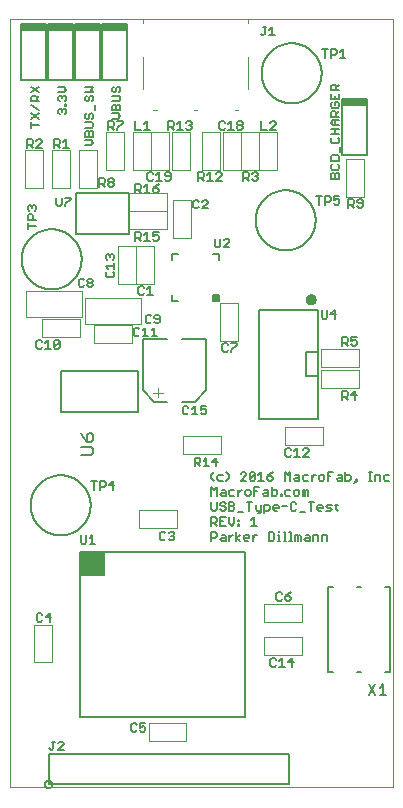
<source format=gto>
G75*
%MOIN*%
%OFA0B0*%
%FSLAX25Y25*%
%IPPOS*%
%LPD*%
%AMOC8*
5,1,8,0,0,1.08239X$1,22.5*
%
%ADD10C,0.00000*%
%ADD11C,0.00500*%
%ADD12C,0.00200*%
%ADD13C,0.00400*%
%ADD14C,0.00236*%
%ADD15C,0.00800*%
%ADD16C,0.00600*%
D10*
X0001300Y0001500D02*
X0001300Y0257500D01*
X0129221Y0257500D01*
X0129221Y0001500D01*
X0001300Y0001500D01*
D11*
X0013050Y0002500D02*
X0013052Y0002570D01*
X0013058Y0002640D01*
X0013068Y0002709D01*
X0013081Y0002778D01*
X0013099Y0002846D01*
X0013120Y0002913D01*
X0013145Y0002978D01*
X0013174Y0003042D01*
X0013206Y0003105D01*
X0013242Y0003165D01*
X0013281Y0003223D01*
X0013323Y0003279D01*
X0013368Y0003333D01*
X0013416Y0003384D01*
X0013467Y0003432D01*
X0013521Y0003477D01*
X0013577Y0003519D01*
X0013635Y0003558D01*
X0013695Y0003594D01*
X0013758Y0003626D01*
X0013822Y0003655D01*
X0013887Y0003680D01*
X0013954Y0003701D01*
X0014022Y0003719D01*
X0014091Y0003732D01*
X0014160Y0003742D01*
X0014230Y0003748D01*
X0014300Y0003750D01*
X0014370Y0003748D01*
X0014440Y0003742D01*
X0014509Y0003732D01*
X0014578Y0003719D01*
X0014646Y0003701D01*
X0014713Y0003680D01*
X0014778Y0003655D01*
X0014842Y0003626D01*
X0014905Y0003594D01*
X0014965Y0003558D01*
X0015023Y0003519D01*
X0015079Y0003477D01*
X0015133Y0003432D01*
X0015184Y0003384D01*
X0015232Y0003333D01*
X0015277Y0003279D01*
X0015319Y0003223D01*
X0015358Y0003165D01*
X0015394Y0003105D01*
X0015426Y0003042D01*
X0015455Y0002978D01*
X0015480Y0002913D01*
X0015501Y0002846D01*
X0015519Y0002778D01*
X0015532Y0002709D01*
X0015542Y0002640D01*
X0015548Y0002570D01*
X0015550Y0002500D01*
X0015548Y0002430D01*
X0015542Y0002360D01*
X0015532Y0002291D01*
X0015519Y0002222D01*
X0015501Y0002154D01*
X0015480Y0002087D01*
X0015455Y0002022D01*
X0015426Y0001958D01*
X0015394Y0001895D01*
X0015358Y0001835D01*
X0015319Y0001777D01*
X0015277Y0001721D01*
X0015232Y0001667D01*
X0015184Y0001616D01*
X0015133Y0001568D01*
X0015079Y0001523D01*
X0015023Y0001481D01*
X0014965Y0001442D01*
X0014905Y0001406D01*
X0014842Y0001374D01*
X0014778Y0001345D01*
X0014713Y0001320D01*
X0014646Y0001299D01*
X0014578Y0001281D01*
X0014509Y0001268D01*
X0014440Y0001258D01*
X0014370Y0001252D01*
X0014300Y0001250D01*
X0014230Y0001252D01*
X0014160Y0001258D01*
X0014091Y0001268D01*
X0014022Y0001281D01*
X0013954Y0001299D01*
X0013887Y0001320D01*
X0013822Y0001345D01*
X0013758Y0001374D01*
X0013695Y0001406D01*
X0013635Y0001442D01*
X0013577Y0001481D01*
X0013521Y0001523D01*
X0013467Y0001568D01*
X0013416Y0001616D01*
X0013368Y0001667D01*
X0013323Y0001721D01*
X0013281Y0001777D01*
X0013242Y0001835D01*
X0013206Y0001895D01*
X0013174Y0001958D01*
X0013145Y0002022D01*
X0013120Y0002087D01*
X0013099Y0002154D01*
X0013081Y0002222D01*
X0013068Y0002291D01*
X0013058Y0002360D01*
X0013052Y0002430D01*
X0013050Y0002500D01*
X0014300Y0002500D02*
X0094300Y0002500D01*
X0094300Y0012500D01*
X0014300Y0012500D01*
X0014300Y0002500D01*
X0015000Y0014000D02*
X0015451Y0014000D01*
X0015901Y0014450D01*
X0015901Y0016702D01*
X0015451Y0016702D02*
X0016352Y0016702D01*
X0017497Y0016252D02*
X0017947Y0016702D01*
X0018848Y0016702D01*
X0019298Y0016252D01*
X0019298Y0015802D01*
X0017497Y0014000D01*
X0019298Y0014000D01*
X0015000Y0014000D02*
X0014550Y0014450D01*
X0024741Y0024941D02*
X0024741Y0080059D01*
X0024741Y0072185D01*
X0032615Y0072185D01*
X0032615Y0080059D01*
X0024741Y0080059D01*
X0079859Y0080059D01*
X0079859Y0024941D01*
X0024741Y0024941D01*
X0014648Y0056750D02*
X0014648Y0059452D01*
X0013297Y0058101D01*
X0015098Y0058101D01*
X0012152Y0057200D02*
X0011701Y0056750D01*
X0010800Y0056750D01*
X0010350Y0057200D01*
X0010350Y0059002D01*
X0010800Y0059452D01*
X0011701Y0059452D01*
X0012152Y0059002D01*
X0024741Y0072289D02*
X0032615Y0072289D01*
X0032615Y0072787D02*
X0024741Y0072787D01*
X0024741Y0073286D02*
X0032615Y0073286D01*
X0032615Y0073784D02*
X0024741Y0073784D01*
X0024741Y0074283D02*
X0032615Y0074283D01*
X0032615Y0074781D02*
X0024741Y0074781D01*
X0024741Y0075280D02*
X0032615Y0075280D01*
X0032615Y0075778D02*
X0024741Y0075778D01*
X0024741Y0076277D02*
X0032615Y0076277D01*
X0032615Y0076775D02*
X0024741Y0076775D01*
X0024741Y0077274D02*
X0032615Y0077274D01*
X0032615Y0077772D02*
X0024741Y0077772D01*
X0024741Y0078271D02*
X0032615Y0078271D01*
X0032615Y0078769D02*
X0024741Y0078769D01*
X0024741Y0079268D02*
X0032615Y0079268D01*
X0032615Y0079766D02*
X0024741Y0079766D01*
X0025441Y0082750D02*
X0026342Y0082750D01*
X0026792Y0083200D01*
X0026792Y0085452D01*
X0027937Y0084552D02*
X0028838Y0085452D01*
X0028838Y0082750D01*
X0027937Y0082750D02*
X0029739Y0082750D01*
X0025441Y0082750D02*
X0024991Y0083200D01*
X0024991Y0085452D01*
X0008300Y0095500D02*
X0008303Y0095745D01*
X0008312Y0095991D01*
X0008327Y0096236D01*
X0008348Y0096480D01*
X0008375Y0096724D01*
X0008408Y0096967D01*
X0008447Y0097210D01*
X0008492Y0097451D01*
X0008543Y0097691D01*
X0008600Y0097930D01*
X0008662Y0098167D01*
X0008731Y0098403D01*
X0008805Y0098637D01*
X0008885Y0098869D01*
X0008970Y0099099D01*
X0009061Y0099327D01*
X0009158Y0099552D01*
X0009260Y0099776D01*
X0009368Y0099996D01*
X0009481Y0100214D01*
X0009599Y0100429D01*
X0009723Y0100641D01*
X0009851Y0100850D01*
X0009985Y0101056D01*
X0010124Y0101258D01*
X0010268Y0101457D01*
X0010417Y0101652D01*
X0010570Y0101844D01*
X0010728Y0102032D01*
X0010890Y0102216D01*
X0011058Y0102395D01*
X0011229Y0102571D01*
X0011405Y0102742D01*
X0011584Y0102910D01*
X0011768Y0103072D01*
X0011956Y0103230D01*
X0012148Y0103383D01*
X0012343Y0103532D01*
X0012542Y0103676D01*
X0012744Y0103815D01*
X0012950Y0103949D01*
X0013159Y0104077D01*
X0013371Y0104201D01*
X0013586Y0104319D01*
X0013804Y0104432D01*
X0014024Y0104540D01*
X0014248Y0104642D01*
X0014473Y0104739D01*
X0014701Y0104830D01*
X0014931Y0104915D01*
X0015163Y0104995D01*
X0015397Y0105069D01*
X0015633Y0105138D01*
X0015870Y0105200D01*
X0016109Y0105257D01*
X0016349Y0105308D01*
X0016590Y0105353D01*
X0016833Y0105392D01*
X0017076Y0105425D01*
X0017320Y0105452D01*
X0017564Y0105473D01*
X0017809Y0105488D01*
X0018055Y0105497D01*
X0018300Y0105500D01*
X0018545Y0105497D01*
X0018791Y0105488D01*
X0019036Y0105473D01*
X0019280Y0105452D01*
X0019524Y0105425D01*
X0019767Y0105392D01*
X0020010Y0105353D01*
X0020251Y0105308D01*
X0020491Y0105257D01*
X0020730Y0105200D01*
X0020967Y0105138D01*
X0021203Y0105069D01*
X0021437Y0104995D01*
X0021669Y0104915D01*
X0021899Y0104830D01*
X0022127Y0104739D01*
X0022352Y0104642D01*
X0022576Y0104540D01*
X0022796Y0104432D01*
X0023014Y0104319D01*
X0023229Y0104201D01*
X0023441Y0104077D01*
X0023650Y0103949D01*
X0023856Y0103815D01*
X0024058Y0103676D01*
X0024257Y0103532D01*
X0024452Y0103383D01*
X0024644Y0103230D01*
X0024832Y0103072D01*
X0025016Y0102910D01*
X0025195Y0102742D01*
X0025371Y0102571D01*
X0025542Y0102395D01*
X0025710Y0102216D01*
X0025872Y0102032D01*
X0026030Y0101844D01*
X0026183Y0101652D01*
X0026332Y0101457D01*
X0026476Y0101258D01*
X0026615Y0101056D01*
X0026749Y0100850D01*
X0026877Y0100641D01*
X0027001Y0100429D01*
X0027119Y0100214D01*
X0027232Y0099996D01*
X0027340Y0099776D01*
X0027442Y0099552D01*
X0027539Y0099327D01*
X0027630Y0099099D01*
X0027715Y0098869D01*
X0027795Y0098637D01*
X0027869Y0098403D01*
X0027938Y0098167D01*
X0028000Y0097930D01*
X0028057Y0097691D01*
X0028108Y0097451D01*
X0028153Y0097210D01*
X0028192Y0096967D01*
X0028225Y0096724D01*
X0028252Y0096480D01*
X0028273Y0096236D01*
X0028288Y0095991D01*
X0028297Y0095745D01*
X0028300Y0095500D01*
X0028297Y0095255D01*
X0028288Y0095009D01*
X0028273Y0094764D01*
X0028252Y0094520D01*
X0028225Y0094276D01*
X0028192Y0094033D01*
X0028153Y0093790D01*
X0028108Y0093549D01*
X0028057Y0093309D01*
X0028000Y0093070D01*
X0027938Y0092833D01*
X0027869Y0092597D01*
X0027795Y0092363D01*
X0027715Y0092131D01*
X0027630Y0091901D01*
X0027539Y0091673D01*
X0027442Y0091448D01*
X0027340Y0091224D01*
X0027232Y0091004D01*
X0027119Y0090786D01*
X0027001Y0090571D01*
X0026877Y0090359D01*
X0026749Y0090150D01*
X0026615Y0089944D01*
X0026476Y0089742D01*
X0026332Y0089543D01*
X0026183Y0089348D01*
X0026030Y0089156D01*
X0025872Y0088968D01*
X0025710Y0088784D01*
X0025542Y0088605D01*
X0025371Y0088429D01*
X0025195Y0088258D01*
X0025016Y0088090D01*
X0024832Y0087928D01*
X0024644Y0087770D01*
X0024452Y0087617D01*
X0024257Y0087468D01*
X0024058Y0087324D01*
X0023856Y0087185D01*
X0023650Y0087051D01*
X0023441Y0086923D01*
X0023229Y0086799D01*
X0023014Y0086681D01*
X0022796Y0086568D01*
X0022576Y0086460D01*
X0022352Y0086358D01*
X0022127Y0086261D01*
X0021899Y0086170D01*
X0021669Y0086085D01*
X0021437Y0086005D01*
X0021203Y0085931D01*
X0020967Y0085862D01*
X0020730Y0085800D01*
X0020491Y0085743D01*
X0020251Y0085692D01*
X0020010Y0085647D01*
X0019767Y0085608D01*
X0019524Y0085575D01*
X0019280Y0085548D01*
X0019036Y0085527D01*
X0018791Y0085512D01*
X0018545Y0085503D01*
X0018300Y0085500D01*
X0018055Y0085503D01*
X0017809Y0085512D01*
X0017564Y0085527D01*
X0017320Y0085548D01*
X0017076Y0085575D01*
X0016833Y0085608D01*
X0016590Y0085647D01*
X0016349Y0085692D01*
X0016109Y0085743D01*
X0015870Y0085800D01*
X0015633Y0085862D01*
X0015397Y0085931D01*
X0015163Y0086005D01*
X0014931Y0086085D01*
X0014701Y0086170D01*
X0014473Y0086261D01*
X0014248Y0086358D01*
X0014024Y0086460D01*
X0013804Y0086568D01*
X0013586Y0086681D01*
X0013371Y0086799D01*
X0013159Y0086923D01*
X0012950Y0087051D01*
X0012744Y0087185D01*
X0012542Y0087324D01*
X0012343Y0087468D01*
X0012148Y0087617D01*
X0011956Y0087770D01*
X0011768Y0087928D01*
X0011584Y0088090D01*
X0011405Y0088258D01*
X0011229Y0088429D01*
X0011058Y0088605D01*
X0010890Y0088784D01*
X0010728Y0088968D01*
X0010570Y0089156D01*
X0010417Y0089348D01*
X0010268Y0089543D01*
X0010124Y0089742D01*
X0009985Y0089944D01*
X0009851Y0090150D01*
X0009723Y0090359D01*
X0009599Y0090571D01*
X0009481Y0090786D01*
X0009368Y0091004D01*
X0009260Y0091224D01*
X0009158Y0091448D01*
X0009061Y0091673D01*
X0008970Y0091901D01*
X0008885Y0092131D01*
X0008805Y0092363D01*
X0008731Y0092597D01*
X0008662Y0092833D01*
X0008600Y0093070D01*
X0008543Y0093309D01*
X0008492Y0093549D01*
X0008447Y0093790D01*
X0008408Y0094033D01*
X0008375Y0094276D01*
X0008348Y0094520D01*
X0008327Y0094764D01*
X0008312Y0095009D01*
X0008303Y0095255D01*
X0008300Y0095500D01*
X0018505Y0126610D02*
X0018505Y0140390D01*
X0044095Y0140390D01*
X0044095Y0126610D01*
X0018505Y0126610D01*
X0017494Y0147750D02*
X0016593Y0147750D01*
X0016143Y0148200D01*
X0017945Y0150002D01*
X0017945Y0148200D01*
X0017494Y0147750D01*
X0016143Y0148200D02*
X0016143Y0150002D01*
X0016593Y0150452D01*
X0017494Y0150452D01*
X0017945Y0150002D01*
X0014998Y0147750D02*
X0013197Y0147750D01*
X0014097Y0147750D02*
X0014097Y0150452D01*
X0013197Y0149552D01*
X0012052Y0150002D02*
X0011601Y0150452D01*
X0010700Y0150452D01*
X0010250Y0150002D01*
X0010250Y0148200D01*
X0010700Y0147750D01*
X0011601Y0147750D01*
X0012052Y0148200D01*
X0024752Y0168374D02*
X0025652Y0168374D01*
X0026103Y0168825D01*
X0027248Y0168825D02*
X0027248Y0169275D01*
X0027698Y0169726D01*
X0028599Y0169726D01*
X0029049Y0169275D01*
X0029049Y0168825D01*
X0028599Y0168374D01*
X0027698Y0168374D01*
X0027248Y0168825D01*
X0027698Y0169726D02*
X0027248Y0170176D01*
X0027248Y0170626D01*
X0027698Y0171077D01*
X0028599Y0171077D01*
X0029049Y0170626D01*
X0029049Y0170176D01*
X0028599Y0169726D01*
X0026103Y0170626D02*
X0025652Y0171077D01*
X0024752Y0171077D01*
X0024301Y0170626D01*
X0024301Y0168825D01*
X0024752Y0168374D01*
X0033348Y0171900D02*
X0033798Y0171450D01*
X0035600Y0171450D01*
X0036050Y0171900D01*
X0036050Y0172801D01*
X0035600Y0173252D01*
X0036050Y0174397D02*
X0036050Y0176198D01*
X0036050Y0175297D02*
X0033348Y0175297D01*
X0034248Y0174397D01*
X0033798Y0173252D02*
X0033348Y0172801D01*
X0033348Y0171900D01*
X0033798Y0177343D02*
X0033348Y0177793D01*
X0033348Y0178694D01*
X0033798Y0179145D01*
X0034248Y0179145D01*
X0034699Y0178694D01*
X0035149Y0179145D01*
X0035600Y0179145D01*
X0036050Y0178694D01*
X0036050Y0177793D01*
X0035600Y0177343D01*
X0034699Y0178244D02*
X0034699Y0178694D01*
X0043250Y0183750D02*
X0043250Y0186452D01*
X0044601Y0186452D01*
X0045052Y0186002D01*
X0045052Y0185101D01*
X0044601Y0184651D01*
X0043250Y0184651D01*
X0044151Y0184651D02*
X0045052Y0183750D01*
X0046197Y0183750D02*
X0047998Y0183750D01*
X0047097Y0183750D02*
X0047097Y0186452D01*
X0046197Y0185552D01*
X0049143Y0185101D02*
X0050044Y0185552D01*
X0050494Y0185552D01*
X0050945Y0185101D01*
X0050945Y0184200D01*
X0050494Y0183750D01*
X0049593Y0183750D01*
X0049143Y0184200D01*
X0049143Y0185101D02*
X0049143Y0186452D01*
X0050945Y0186452D01*
X0055426Y0179374D02*
X0057394Y0179374D01*
X0055426Y0179374D02*
X0055426Y0177406D01*
X0055426Y0165594D02*
X0055426Y0163626D01*
X0057394Y0163626D01*
X0051349Y0158426D02*
X0050899Y0158877D01*
X0049998Y0158877D01*
X0049548Y0158426D01*
X0049548Y0157976D01*
X0049998Y0157526D01*
X0051349Y0157526D01*
X0051349Y0158426D02*
X0051349Y0156625D01*
X0050899Y0156174D01*
X0049998Y0156174D01*
X0049548Y0156625D01*
X0048403Y0156625D02*
X0047952Y0156174D01*
X0047052Y0156174D01*
X0046601Y0156625D01*
X0046601Y0158426D01*
X0047052Y0158877D01*
X0047952Y0158877D01*
X0048403Y0158426D01*
X0049544Y0154652D02*
X0049544Y0151950D01*
X0048643Y0151950D02*
X0050445Y0151950D01*
X0048643Y0153752D02*
X0049544Y0154652D01*
X0047498Y0151950D02*
X0045697Y0151950D01*
X0046597Y0151950D02*
X0046597Y0154652D01*
X0045697Y0153752D01*
X0044552Y0154202D02*
X0044101Y0154652D01*
X0043200Y0154652D01*
X0042750Y0154202D01*
X0042750Y0152400D01*
X0043200Y0151950D01*
X0044101Y0151950D01*
X0044552Y0152400D01*
X0045867Y0150933D02*
X0053692Y0150933D01*
X0058908Y0150933D02*
X0066733Y0150933D01*
X0066733Y0133756D01*
X0063044Y0130067D01*
X0058908Y0130067D01*
X0059567Y0128494D02*
X0059117Y0128043D01*
X0059117Y0126242D01*
X0059567Y0125791D01*
X0060468Y0125791D01*
X0060918Y0126242D01*
X0062063Y0125791D02*
X0063865Y0125791D01*
X0062964Y0125791D02*
X0062964Y0128494D01*
X0062063Y0127593D01*
X0060918Y0128043D02*
X0060468Y0128494D01*
X0059567Y0128494D01*
X0065010Y0128494D02*
X0065010Y0127142D01*
X0065911Y0127593D01*
X0066361Y0127593D01*
X0066812Y0127142D01*
X0066812Y0126242D01*
X0066361Y0125791D01*
X0065460Y0125791D01*
X0065010Y0126242D01*
X0065010Y0128494D02*
X0066812Y0128494D01*
X0066858Y0111252D02*
X0065957Y0110352D01*
X0064812Y0110802D02*
X0064812Y0109901D01*
X0064362Y0109451D01*
X0063010Y0109451D01*
X0063010Y0108550D02*
X0063010Y0111252D01*
X0064362Y0111252D01*
X0064812Y0110802D01*
X0063911Y0109451D02*
X0064812Y0108550D01*
X0065957Y0108550D02*
X0067759Y0108550D01*
X0066858Y0108550D02*
X0066858Y0111252D01*
X0068903Y0109901D02*
X0070705Y0109901D01*
X0070255Y0108550D02*
X0070255Y0111252D01*
X0068903Y0109901D01*
X0069451Y0106452D02*
X0068550Y0105552D01*
X0068550Y0104651D01*
X0069451Y0103750D01*
X0070514Y0104200D02*
X0070965Y0103750D01*
X0072316Y0103750D01*
X0073461Y0103750D02*
X0074362Y0104651D01*
X0074362Y0105552D01*
X0073461Y0106452D01*
X0072316Y0105552D02*
X0070965Y0105552D01*
X0070514Y0105101D01*
X0070514Y0104200D01*
X0070352Y0101452D02*
X0070352Y0098750D01*
X0071497Y0099200D02*
X0071947Y0099651D01*
X0073298Y0099651D01*
X0073298Y0100101D02*
X0073298Y0098750D01*
X0071947Y0098750D01*
X0071497Y0099200D01*
X0071947Y0100552D02*
X0072848Y0100552D01*
X0073298Y0100101D01*
X0074443Y0100101D02*
X0074443Y0099200D01*
X0074893Y0098750D01*
X0076245Y0098750D01*
X0077390Y0098750D02*
X0077390Y0100552D01*
X0078290Y0100552D02*
X0078741Y0100552D01*
X0078290Y0100552D02*
X0077390Y0099651D01*
X0076245Y0100552D02*
X0074893Y0100552D01*
X0074443Y0100101D01*
X0074443Y0096452D02*
X0075794Y0096452D01*
X0076245Y0096002D01*
X0076245Y0095552D01*
X0075794Y0095101D01*
X0074443Y0095101D01*
X0073298Y0094651D02*
X0073298Y0094200D01*
X0072848Y0093750D01*
X0071947Y0093750D01*
X0071497Y0094200D01*
X0071947Y0095101D02*
X0072848Y0095101D01*
X0073298Y0094651D01*
X0073298Y0096002D02*
X0072848Y0096452D01*
X0071947Y0096452D01*
X0071497Y0096002D01*
X0071497Y0095552D01*
X0071947Y0095101D01*
X0070352Y0094200D02*
X0069901Y0093750D01*
X0069000Y0093750D01*
X0068550Y0094200D01*
X0068550Y0096452D01*
X0070352Y0096452D02*
X0070352Y0094200D01*
X0069901Y0091452D02*
X0068550Y0091452D01*
X0068550Y0088750D01*
X0068550Y0089651D02*
X0069901Y0089651D01*
X0070352Y0090101D01*
X0070352Y0091002D01*
X0069901Y0091452D01*
X0071497Y0091452D02*
X0071497Y0088750D01*
X0073298Y0088750D01*
X0074443Y0089651D02*
X0074443Y0091452D01*
X0073298Y0091452D02*
X0071497Y0091452D01*
X0071497Y0090101D02*
X0072397Y0090101D01*
X0074443Y0089651D02*
X0075344Y0088750D01*
X0076245Y0089651D01*
X0076245Y0091452D01*
X0077390Y0090552D02*
X0077390Y0090101D01*
X0077840Y0090101D01*
X0077840Y0090552D01*
X0077390Y0090552D01*
X0077390Y0089200D02*
X0077390Y0088750D01*
X0077840Y0088750D01*
X0077840Y0089200D01*
X0077390Y0089200D01*
X0076898Y0086452D02*
X0076898Y0083750D01*
X0076898Y0084651D02*
X0078250Y0085552D01*
X0079354Y0085101D02*
X0079804Y0085552D01*
X0080705Y0085552D01*
X0081155Y0085101D01*
X0081155Y0084651D01*
X0079354Y0084651D01*
X0079354Y0085101D02*
X0079354Y0084200D01*
X0079804Y0083750D01*
X0080705Y0083750D01*
X0082300Y0083750D02*
X0082300Y0085552D01*
X0082300Y0084651D02*
X0083201Y0085552D01*
X0083652Y0085552D01*
X0083611Y0088750D02*
X0081809Y0088750D01*
X0082710Y0088750D02*
X0082710Y0091452D01*
X0081809Y0090552D01*
X0081237Y0093750D02*
X0081237Y0096452D01*
X0080336Y0096452D02*
X0082138Y0096452D01*
X0083283Y0095552D02*
X0083283Y0094200D01*
X0083733Y0093750D01*
X0085084Y0093750D01*
X0085084Y0093300D02*
X0084634Y0092849D01*
X0084183Y0092849D01*
X0085084Y0093300D02*
X0085084Y0095552D01*
X0086229Y0095552D02*
X0086229Y0092849D01*
X0086229Y0093750D02*
X0087580Y0093750D01*
X0088031Y0094200D01*
X0088031Y0095101D01*
X0087580Y0095552D01*
X0086229Y0095552D01*
X0086188Y0098750D02*
X0085738Y0099200D01*
X0086188Y0099651D01*
X0087540Y0099651D01*
X0087540Y0100101D02*
X0087540Y0098750D01*
X0086188Y0098750D01*
X0086188Y0100552D02*
X0087089Y0100552D01*
X0087540Y0100101D01*
X0088685Y0100552D02*
X0090036Y0100552D01*
X0090486Y0100101D01*
X0090486Y0099200D01*
X0090036Y0098750D01*
X0088685Y0098750D01*
X0088685Y0101452D01*
X0088562Y0103750D02*
X0087662Y0103750D01*
X0087211Y0104200D01*
X0087211Y0105101D01*
X0088562Y0105101D01*
X0089013Y0104651D01*
X0089013Y0104200D01*
X0088562Y0103750D01*
X0087211Y0105101D02*
X0088112Y0106002D01*
X0089013Y0106452D01*
X0086066Y0103750D02*
X0084265Y0103750D01*
X0085166Y0103750D02*
X0085166Y0106452D01*
X0084265Y0105552D01*
X0083120Y0106002D02*
X0083120Y0104200D01*
X0082669Y0103750D01*
X0081769Y0103750D01*
X0081318Y0104200D01*
X0083120Y0106002D01*
X0082669Y0106452D01*
X0081769Y0106452D01*
X0081318Y0106002D01*
X0081318Y0104200D01*
X0080173Y0103750D02*
X0078372Y0103750D01*
X0080173Y0105552D01*
X0080173Y0106002D01*
X0079723Y0106452D01*
X0078822Y0106452D01*
X0078372Y0106002D01*
X0080295Y0100552D02*
X0079845Y0100101D01*
X0079845Y0099200D01*
X0080295Y0098750D01*
X0081196Y0098750D01*
X0081647Y0099200D01*
X0081647Y0100101D01*
X0081196Y0100552D01*
X0080295Y0100552D01*
X0082791Y0100101D02*
X0083692Y0100101D01*
X0082791Y0098750D02*
X0082791Y0101452D01*
X0084593Y0101452D01*
X0089626Y0095552D02*
X0090527Y0095552D01*
X0090977Y0095101D01*
X0090977Y0094651D01*
X0089176Y0094651D01*
X0089176Y0095101D02*
X0089626Y0095552D01*
X0089176Y0095101D02*
X0089176Y0094200D01*
X0089626Y0093750D01*
X0090527Y0093750D01*
X0092122Y0095101D02*
X0093924Y0095101D01*
X0095069Y0094200D02*
X0095519Y0093750D01*
X0096420Y0093750D01*
X0096870Y0094200D01*
X0098015Y0093300D02*
X0099817Y0093300D01*
X0101862Y0093750D02*
X0101862Y0096452D01*
X0100962Y0096452D02*
X0102763Y0096452D01*
X0103908Y0095101D02*
X0104359Y0095552D01*
X0105259Y0095552D01*
X0105710Y0095101D01*
X0105710Y0094651D01*
X0103908Y0094651D01*
X0103908Y0095101D02*
X0103908Y0094200D01*
X0104359Y0093750D01*
X0105259Y0093750D01*
X0106855Y0093750D02*
X0108206Y0093750D01*
X0108656Y0094200D01*
X0108206Y0094651D01*
X0107305Y0094651D01*
X0106855Y0095101D01*
X0107305Y0095552D01*
X0108656Y0095552D01*
X0109801Y0095552D02*
X0110702Y0095552D01*
X0110252Y0096002D02*
X0110252Y0094200D01*
X0110702Y0093750D01*
X0106733Y0085552D02*
X0107183Y0085101D01*
X0107183Y0083750D01*
X0105381Y0083750D02*
X0105381Y0085552D01*
X0106733Y0085552D01*
X0104236Y0085101D02*
X0104236Y0083750D01*
X0104236Y0085101D02*
X0103786Y0085552D01*
X0102435Y0085552D01*
X0102435Y0083750D01*
X0101290Y0083750D02*
X0099939Y0083750D01*
X0099488Y0084200D01*
X0099939Y0084651D01*
X0101290Y0084651D01*
X0101290Y0085101D02*
X0101290Y0083750D01*
X0101290Y0085101D02*
X0100840Y0085552D01*
X0099939Y0085552D01*
X0098343Y0085101D02*
X0098343Y0083750D01*
X0097443Y0083750D02*
X0097443Y0085101D01*
X0097893Y0085552D01*
X0098343Y0085101D01*
X0097443Y0085101D02*
X0096992Y0085552D01*
X0096542Y0085552D01*
X0096542Y0083750D01*
X0095478Y0083750D02*
X0094578Y0083750D01*
X0095028Y0083750D02*
X0095028Y0086452D01*
X0094578Y0086452D01*
X0093064Y0086452D02*
X0093064Y0083750D01*
X0093514Y0083750D02*
X0092613Y0083750D01*
X0091550Y0083750D02*
X0090649Y0083750D01*
X0091099Y0083750D02*
X0091099Y0085552D01*
X0090649Y0085552D01*
X0091099Y0086452D02*
X0091099Y0086903D01*
X0092613Y0086452D02*
X0093064Y0086452D01*
X0089504Y0086002D02*
X0089504Y0084200D01*
X0089053Y0083750D01*
X0087702Y0083750D01*
X0087702Y0086452D01*
X0089053Y0086452D01*
X0089504Y0086002D01*
X0095069Y0094200D02*
X0095069Y0096002D01*
X0095519Y0096452D01*
X0096420Y0096452D01*
X0096870Y0096002D01*
X0096501Y0098750D02*
X0096051Y0099200D01*
X0096051Y0100101D01*
X0096501Y0100552D01*
X0097402Y0100552D01*
X0097852Y0100101D01*
X0097852Y0099200D01*
X0097402Y0098750D01*
X0096501Y0098750D01*
X0094906Y0098750D02*
X0093555Y0098750D01*
X0093104Y0099200D01*
X0093104Y0100101D01*
X0093555Y0100552D01*
X0094906Y0100552D01*
X0094906Y0103750D02*
X0094906Y0106452D01*
X0094005Y0105552D01*
X0093104Y0106452D01*
X0093104Y0103750D01*
X0092081Y0099200D02*
X0092081Y0098750D01*
X0091631Y0098750D01*
X0091631Y0099200D01*
X0092081Y0099200D01*
X0096501Y0103750D02*
X0096051Y0104200D01*
X0096501Y0104651D01*
X0097852Y0104651D01*
X0097852Y0105101D02*
X0097852Y0103750D01*
X0096501Y0103750D01*
X0096501Y0105552D02*
X0097402Y0105552D01*
X0097852Y0105101D01*
X0098997Y0105101D02*
X0098997Y0104200D01*
X0099448Y0103750D01*
X0100799Y0103750D01*
X0101944Y0103750D02*
X0101944Y0105552D01*
X0101944Y0104651D02*
X0102845Y0105552D01*
X0103295Y0105552D01*
X0104399Y0105101D02*
X0104399Y0104200D01*
X0104850Y0103750D01*
X0105750Y0103750D01*
X0106201Y0104200D01*
X0106201Y0105101D01*
X0105750Y0105552D01*
X0104850Y0105552D01*
X0104399Y0105101D01*
X0107346Y0105101D02*
X0108247Y0105101D01*
X0107346Y0106452D02*
X0109147Y0106452D01*
X0110743Y0105552D02*
X0111643Y0105552D01*
X0112094Y0105101D01*
X0112094Y0103750D01*
X0110743Y0103750D01*
X0110292Y0104200D01*
X0110743Y0104651D01*
X0112094Y0104651D01*
X0113239Y0105552D02*
X0114590Y0105552D01*
X0115040Y0105101D01*
X0115040Y0104200D01*
X0114590Y0103750D01*
X0113239Y0103750D01*
X0113239Y0106452D01*
X0116185Y0102849D02*
X0117086Y0103750D01*
X0116636Y0103750D01*
X0116636Y0104200D01*
X0117086Y0104200D01*
X0117086Y0103750D01*
X0121096Y0103750D02*
X0121997Y0103750D01*
X0121547Y0103750D02*
X0121547Y0106452D01*
X0121997Y0106452D02*
X0121096Y0106452D01*
X0123061Y0105552D02*
X0123061Y0103750D01*
X0123061Y0105552D02*
X0124412Y0105552D01*
X0124862Y0105101D01*
X0124862Y0103750D01*
X0126007Y0104200D02*
X0126007Y0105101D01*
X0126457Y0105552D01*
X0127809Y0105552D01*
X0127809Y0103750D02*
X0126457Y0103750D01*
X0126007Y0104200D01*
X0116548Y0130750D02*
X0116548Y0133452D01*
X0115197Y0132101D01*
X0116998Y0132101D01*
X0114052Y0132101D02*
X0113601Y0131651D01*
X0112250Y0131651D01*
X0113151Y0131651D02*
X0114052Y0130750D01*
X0114052Y0132101D02*
X0114052Y0133002D01*
X0113601Y0133452D01*
X0112250Y0133452D01*
X0112250Y0130750D01*
X0104143Y0124252D02*
X0104143Y0138563D01*
X0100206Y0138563D01*
X0100206Y0146437D01*
X0104143Y0146437D01*
X0104143Y0138563D01*
X0104143Y0146437D02*
X0104143Y0160748D01*
X0084457Y0160748D01*
X0084457Y0124252D01*
X0104143Y0124252D01*
X0100494Y0114452D02*
X0099593Y0114452D01*
X0099143Y0114002D01*
X0100494Y0114452D02*
X0100945Y0114002D01*
X0100945Y0113552D01*
X0099143Y0111750D01*
X0100945Y0111750D01*
X0100799Y0105552D02*
X0099448Y0105552D01*
X0098997Y0105101D01*
X0098997Y0100552D02*
X0099448Y0100552D01*
X0099898Y0100101D01*
X0100348Y0100552D01*
X0100799Y0100101D01*
X0100799Y0098750D01*
X0099898Y0098750D02*
X0099898Y0100101D01*
X0098997Y0100552D02*
X0098997Y0098750D01*
X0097998Y0111750D02*
X0096197Y0111750D01*
X0097097Y0111750D02*
X0097097Y0114452D01*
X0096197Y0113552D01*
X0095052Y0114002D02*
X0094601Y0114452D01*
X0093700Y0114452D01*
X0093250Y0114002D01*
X0093250Y0112200D01*
X0093700Y0111750D01*
X0094601Y0111750D01*
X0095052Y0112200D01*
X0107346Y0106452D02*
X0107346Y0103750D01*
X0107564Y0068273D02*
X0109139Y0068273D01*
X0107564Y0068273D02*
X0107564Y0039927D01*
X0109139Y0039927D01*
X0117013Y0039927D02*
X0118587Y0039927D01*
X0126461Y0039927D02*
X0128036Y0039927D01*
X0128036Y0068273D01*
X0126461Y0068273D01*
X0118587Y0068273D02*
X0117013Y0068273D01*
X0095945Y0043101D02*
X0094143Y0043101D01*
X0095494Y0044452D01*
X0095494Y0041750D01*
X0092998Y0041750D02*
X0091197Y0041750D01*
X0092097Y0041750D02*
X0092097Y0044452D01*
X0091197Y0043552D01*
X0090052Y0044002D02*
X0089601Y0044452D01*
X0088700Y0044452D01*
X0088250Y0044002D01*
X0088250Y0042200D01*
X0088700Y0041750D01*
X0089601Y0041750D01*
X0090052Y0042200D01*
X0090700Y0063750D02*
X0090250Y0064200D01*
X0090250Y0066002D01*
X0090700Y0066452D01*
X0091601Y0066452D01*
X0092052Y0066002D01*
X0093197Y0065101D02*
X0094548Y0065101D01*
X0094998Y0064651D01*
X0094998Y0064200D01*
X0094548Y0063750D01*
X0093647Y0063750D01*
X0093197Y0064200D01*
X0093197Y0065101D01*
X0094097Y0066002D01*
X0094998Y0066452D01*
X0092052Y0064200D02*
X0091601Y0063750D01*
X0090700Y0063750D01*
X0078250Y0083750D02*
X0076898Y0084651D01*
X0075794Y0085552D02*
X0075344Y0085552D01*
X0074443Y0084651D01*
X0074443Y0083750D02*
X0074443Y0085552D01*
X0073298Y0085101D02*
X0073298Y0083750D01*
X0071947Y0083750D01*
X0071497Y0084200D01*
X0071947Y0084651D01*
X0073298Y0084651D01*
X0073298Y0085101D02*
X0072848Y0085552D01*
X0071947Y0085552D01*
X0070352Y0086002D02*
X0070352Y0085101D01*
X0069901Y0084651D01*
X0068550Y0084651D01*
X0068550Y0083750D02*
X0068550Y0086452D01*
X0069901Y0086452D01*
X0070352Y0086002D01*
X0070352Y0088750D02*
X0069451Y0089651D01*
X0074443Y0093750D02*
X0074443Y0096452D01*
X0075794Y0095101D02*
X0076245Y0094651D01*
X0076245Y0094200D01*
X0075794Y0093750D01*
X0074443Y0093750D01*
X0077390Y0093300D02*
X0079191Y0093300D01*
X0070352Y0101452D02*
X0069451Y0100552D01*
X0068550Y0101452D01*
X0068550Y0098750D01*
X0056105Y0086202D02*
X0056105Y0085752D01*
X0055655Y0085301D01*
X0056105Y0084851D01*
X0056105Y0084400D01*
X0055655Y0083950D01*
X0054754Y0083950D01*
X0054303Y0084400D01*
X0053159Y0084400D02*
X0052708Y0083950D01*
X0051807Y0083950D01*
X0051357Y0084400D01*
X0051357Y0086202D01*
X0051807Y0086652D01*
X0052708Y0086652D01*
X0053159Y0086202D01*
X0054303Y0086202D02*
X0054754Y0086652D01*
X0055655Y0086652D01*
X0056105Y0086202D01*
X0055655Y0085301D02*
X0055204Y0085301D01*
X0035794Y0100750D02*
X0035794Y0103452D01*
X0034443Y0102101D01*
X0036245Y0102101D01*
X0033298Y0102101D02*
X0032848Y0101651D01*
X0031497Y0101651D01*
X0031497Y0100750D02*
X0031497Y0103452D01*
X0032848Y0103452D01*
X0033298Y0103002D01*
X0033298Y0102101D01*
X0030352Y0103452D02*
X0028550Y0103452D01*
X0029451Y0103452D02*
X0029451Y0100750D01*
X0049556Y0130067D02*
X0045867Y0133756D01*
X0045867Y0150933D01*
X0045601Y0165750D02*
X0046052Y0166200D01*
X0045601Y0165750D02*
X0044700Y0165750D01*
X0044250Y0166200D01*
X0044250Y0168002D01*
X0044700Y0168452D01*
X0045601Y0168452D01*
X0046052Y0168002D01*
X0047197Y0167552D02*
X0048097Y0168452D01*
X0048097Y0165750D01*
X0047197Y0165750D02*
X0048998Y0165750D01*
X0063000Y0194450D02*
X0062550Y0194900D01*
X0062550Y0196702D01*
X0063000Y0197152D01*
X0063901Y0197152D01*
X0064352Y0196702D01*
X0065497Y0196702D02*
X0065947Y0197152D01*
X0066848Y0197152D01*
X0067298Y0196702D01*
X0067298Y0196252D01*
X0065497Y0194450D01*
X0067298Y0194450D01*
X0064352Y0194900D02*
X0063901Y0194450D01*
X0063000Y0194450D01*
X0064250Y0203750D02*
X0064250Y0206452D01*
X0065601Y0206452D01*
X0066052Y0206002D01*
X0066052Y0205101D01*
X0065601Y0204651D01*
X0064250Y0204651D01*
X0065151Y0204651D02*
X0066052Y0203750D01*
X0067197Y0203750D02*
X0068998Y0203750D01*
X0068097Y0203750D02*
X0068097Y0206452D01*
X0067197Y0205552D01*
X0070143Y0206002D02*
X0070593Y0206452D01*
X0071494Y0206452D01*
X0071945Y0206002D01*
X0071945Y0205552D01*
X0070143Y0203750D01*
X0071945Y0203750D01*
X0079250Y0203750D02*
X0079250Y0206452D01*
X0080601Y0206452D01*
X0081052Y0206002D01*
X0081052Y0205101D01*
X0080601Y0204651D01*
X0079250Y0204651D01*
X0080151Y0204651D02*
X0081052Y0203750D01*
X0082197Y0204200D02*
X0082647Y0203750D01*
X0083548Y0203750D01*
X0083998Y0204200D01*
X0083998Y0204651D01*
X0083548Y0205101D01*
X0083097Y0205101D01*
X0083548Y0205101D02*
X0083998Y0205552D01*
X0083998Y0206002D01*
X0083548Y0206452D01*
X0082647Y0206452D01*
X0082197Y0206002D01*
X0085250Y0220750D02*
X0087052Y0220750D01*
X0088197Y0220750D02*
X0089998Y0222552D01*
X0089998Y0223002D01*
X0089548Y0223452D01*
X0088647Y0223452D01*
X0088197Y0223002D01*
X0088197Y0220750D02*
X0089998Y0220750D01*
X0085250Y0220750D02*
X0085250Y0223452D01*
X0078945Y0223002D02*
X0078945Y0222552D01*
X0078494Y0222101D01*
X0077593Y0222101D01*
X0077143Y0222552D01*
X0077143Y0223002D01*
X0077593Y0223452D01*
X0078494Y0223452D01*
X0078945Y0223002D01*
X0078494Y0222101D02*
X0078945Y0221651D01*
X0078945Y0221200D01*
X0078494Y0220750D01*
X0077593Y0220750D01*
X0077143Y0221200D01*
X0077143Y0221651D01*
X0077593Y0222101D01*
X0075998Y0220750D02*
X0074197Y0220750D01*
X0075097Y0220750D02*
X0075097Y0223452D01*
X0074197Y0222552D01*
X0073052Y0223002D02*
X0072601Y0223452D01*
X0071700Y0223452D01*
X0071250Y0223002D01*
X0071250Y0221200D01*
X0071700Y0220750D01*
X0072601Y0220750D01*
X0073052Y0221200D01*
X0061945Y0221200D02*
X0061494Y0220750D01*
X0060593Y0220750D01*
X0060143Y0221200D01*
X0058998Y0220750D02*
X0057197Y0220750D01*
X0058097Y0220750D02*
X0058097Y0223452D01*
X0057197Y0222552D01*
X0056052Y0223002D02*
X0056052Y0222101D01*
X0055601Y0221651D01*
X0054250Y0221651D01*
X0055151Y0221651D02*
X0056052Y0220750D01*
X0054250Y0220750D02*
X0054250Y0223452D01*
X0055601Y0223452D01*
X0056052Y0223002D01*
X0060143Y0223002D02*
X0060593Y0223452D01*
X0061494Y0223452D01*
X0061945Y0223002D01*
X0061945Y0222552D01*
X0061494Y0222101D01*
X0061945Y0221651D01*
X0061945Y0221200D01*
X0061494Y0222101D02*
X0061044Y0222101D01*
X0054494Y0206452D02*
X0053593Y0206452D01*
X0053143Y0206002D01*
X0053143Y0205552D01*
X0053593Y0205101D01*
X0054945Y0205101D01*
X0054945Y0204200D02*
X0054945Y0206002D01*
X0054494Y0206452D01*
X0054945Y0204200D02*
X0054494Y0203750D01*
X0053593Y0203750D01*
X0053143Y0204200D01*
X0051998Y0203750D02*
X0050197Y0203750D01*
X0051097Y0203750D02*
X0051097Y0206452D01*
X0050197Y0205552D01*
X0049052Y0206002D02*
X0048601Y0206452D01*
X0047700Y0206452D01*
X0047250Y0206002D01*
X0047250Y0204200D01*
X0047700Y0203750D01*
X0048601Y0203750D01*
X0049052Y0204200D01*
X0050044Y0202002D02*
X0049143Y0201101D01*
X0050494Y0201101D01*
X0050945Y0200651D01*
X0050945Y0200200D01*
X0050494Y0199750D01*
X0049593Y0199750D01*
X0049143Y0200200D01*
X0049143Y0201101D01*
X0050044Y0202002D02*
X0050945Y0202452D01*
X0047998Y0199750D02*
X0046197Y0199750D01*
X0047097Y0199750D02*
X0047097Y0202452D01*
X0046197Y0201552D01*
X0045052Y0202002D02*
X0045052Y0201101D01*
X0044601Y0200651D01*
X0043250Y0200651D01*
X0044151Y0200651D02*
X0045052Y0199750D01*
X0043250Y0199750D02*
X0043250Y0202452D01*
X0044601Y0202452D01*
X0045052Y0202002D01*
X0035998Y0202200D02*
X0035548Y0201750D01*
X0034647Y0201750D01*
X0034197Y0202200D01*
X0034197Y0202651D01*
X0034647Y0203101D01*
X0035548Y0203101D01*
X0035998Y0202651D01*
X0035998Y0202200D01*
X0035548Y0203101D02*
X0035998Y0203552D01*
X0035998Y0204002D01*
X0035548Y0204452D01*
X0034647Y0204452D01*
X0034197Y0204002D01*
X0034197Y0203552D01*
X0034647Y0203101D01*
X0033052Y0203101D02*
X0033052Y0204002D01*
X0032601Y0204452D01*
X0031250Y0204452D01*
X0031250Y0201750D01*
X0031250Y0202651D02*
X0032601Y0202651D01*
X0033052Y0203101D01*
X0032151Y0202651D02*
X0033052Y0201750D01*
X0028349Y0215459D02*
X0026548Y0215459D01*
X0028349Y0215459D02*
X0029250Y0216360D01*
X0028349Y0217261D01*
X0026548Y0217261D01*
X0026548Y0218406D02*
X0026548Y0219757D01*
X0026998Y0220207D01*
X0027448Y0220207D01*
X0027899Y0219757D01*
X0027899Y0218406D01*
X0027899Y0219757D02*
X0028349Y0220207D01*
X0028800Y0220207D01*
X0029250Y0219757D01*
X0029250Y0218406D01*
X0026548Y0218406D01*
X0026548Y0221352D02*
X0028800Y0221352D01*
X0029250Y0221802D01*
X0029250Y0222703D01*
X0028800Y0223154D01*
X0026548Y0223154D01*
X0026998Y0224299D02*
X0027448Y0224299D01*
X0027899Y0224749D01*
X0027899Y0225650D01*
X0028349Y0226100D01*
X0028800Y0226100D01*
X0029250Y0225650D01*
X0029250Y0224749D01*
X0028800Y0224299D01*
X0026998Y0224299D02*
X0026548Y0224749D01*
X0026548Y0225650D01*
X0026998Y0226100D01*
X0029700Y0227245D02*
X0029700Y0229047D01*
X0028800Y0230192D02*
X0029250Y0230642D01*
X0029250Y0231543D01*
X0028800Y0231993D01*
X0028349Y0231993D01*
X0027899Y0231543D01*
X0027899Y0230642D01*
X0027448Y0230192D01*
X0026998Y0230192D01*
X0026548Y0230642D01*
X0026548Y0231543D01*
X0026998Y0231993D01*
X0026548Y0233138D02*
X0029250Y0233138D01*
X0028349Y0234039D01*
X0029250Y0234940D01*
X0026548Y0234940D01*
X0023166Y0237232D02*
X0031434Y0237232D01*
X0031434Y0253768D01*
X0023166Y0253768D01*
X0023166Y0255835D01*
X0031434Y0255835D01*
X0031434Y0253768D01*
X0023166Y0253768D01*
X0023166Y0237232D01*
X0022434Y0237232D02*
X0022434Y0253768D01*
X0014166Y0253768D01*
X0014166Y0255835D01*
X0022434Y0255835D01*
X0022434Y0253768D01*
X0014166Y0253768D01*
X0014166Y0237232D01*
X0022434Y0237232D01*
X0019349Y0234940D02*
X0020250Y0234039D01*
X0019349Y0233138D01*
X0017548Y0233138D01*
X0017998Y0231993D02*
X0018448Y0231993D01*
X0018899Y0231543D01*
X0019349Y0231993D01*
X0019800Y0231993D01*
X0020250Y0231543D01*
X0020250Y0230642D01*
X0019800Y0230192D01*
X0019800Y0229169D02*
X0020250Y0229169D01*
X0020250Y0228718D01*
X0019800Y0228718D01*
X0019800Y0229169D01*
X0019800Y0227573D02*
X0020250Y0227123D01*
X0020250Y0226222D01*
X0019800Y0225772D01*
X0018899Y0226673D02*
X0018899Y0227123D01*
X0019349Y0227573D01*
X0019800Y0227573D01*
X0018899Y0227123D02*
X0018448Y0227573D01*
X0017998Y0227573D01*
X0017548Y0227123D01*
X0017548Y0226222D01*
X0017998Y0225772D01*
X0017998Y0230192D02*
X0017548Y0230642D01*
X0017548Y0231543D01*
X0017998Y0231993D01*
X0018899Y0231543D02*
X0018899Y0231092D01*
X0019349Y0234940D02*
X0017548Y0234940D01*
X0013434Y0237232D02*
X0013434Y0253768D01*
X0005166Y0253768D01*
X0005166Y0255835D01*
X0013434Y0255835D01*
X0013434Y0253768D01*
X0005166Y0253768D01*
X0005166Y0237232D01*
X0013434Y0237232D01*
X0011250Y0234940D02*
X0008548Y0233138D01*
X0008998Y0231993D02*
X0009899Y0231993D01*
X0010349Y0231543D01*
X0010349Y0230192D01*
X0010349Y0231092D02*
X0011250Y0231993D01*
X0011250Y0233138D02*
X0008548Y0234940D01*
X0008998Y0231993D02*
X0008548Y0231543D01*
X0008548Y0230192D01*
X0011250Y0230192D01*
X0008548Y0229047D02*
X0011250Y0227245D01*
X0011250Y0226100D02*
X0008548Y0224299D01*
X0008548Y0223154D02*
X0008548Y0221352D01*
X0008548Y0222253D02*
X0011250Y0222253D01*
X0011250Y0224299D02*
X0008548Y0226100D01*
X0008601Y0217452D02*
X0007250Y0217452D01*
X0007250Y0214750D01*
X0007250Y0215651D02*
X0008601Y0215651D01*
X0009052Y0216101D01*
X0009052Y0217002D01*
X0008601Y0217452D01*
X0010197Y0217002D02*
X0010647Y0217452D01*
X0011548Y0217452D01*
X0011998Y0217002D01*
X0011998Y0216552D01*
X0010197Y0214750D01*
X0011998Y0214750D01*
X0009052Y0214750D02*
X0008151Y0215651D01*
X0016250Y0215651D02*
X0017601Y0215651D01*
X0018052Y0216101D01*
X0018052Y0217002D01*
X0017601Y0217452D01*
X0016250Y0217452D01*
X0016250Y0214750D01*
X0017151Y0215651D02*
X0018052Y0214750D01*
X0019197Y0214750D02*
X0020998Y0214750D01*
X0020097Y0214750D02*
X0020097Y0217452D01*
X0019197Y0216552D01*
X0018702Y0198052D02*
X0018702Y0195800D01*
X0018251Y0195350D01*
X0017350Y0195350D01*
X0016900Y0195800D01*
X0016900Y0198052D01*
X0019847Y0198052D02*
X0021648Y0198052D01*
X0021648Y0197602D01*
X0019847Y0195800D01*
X0019847Y0195350D01*
X0005300Y0177500D02*
X0005303Y0177745D01*
X0005312Y0177991D01*
X0005327Y0178236D01*
X0005348Y0178480D01*
X0005375Y0178724D01*
X0005408Y0178967D01*
X0005447Y0179210D01*
X0005492Y0179451D01*
X0005543Y0179691D01*
X0005600Y0179930D01*
X0005662Y0180167D01*
X0005731Y0180403D01*
X0005805Y0180637D01*
X0005885Y0180869D01*
X0005970Y0181099D01*
X0006061Y0181327D01*
X0006158Y0181552D01*
X0006260Y0181776D01*
X0006368Y0181996D01*
X0006481Y0182214D01*
X0006599Y0182429D01*
X0006723Y0182641D01*
X0006851Y0182850D01*
X0006985Y0183056D01*
X0007124Y0183258D01*
X0007268Y0183457D01*
X0007417Y0183652D01*
X0007570Y0183844D01*
X0007728Y0184032D01*
X0007890Y0184216D01*
X0008058Y0184395D01*
X0008229Y0184571D01*
X0008405Y0184742D01*
X0008584Y0184910D01*
X0008768Y0185072D01*
X0008956Y0185230D01*
X0009148Y0185383D01*
X0009343Y0185532D01*
X0009542Y0185676D01*
X0009744Y0185815D01*
X0009950Y0185949D01*
X0010159Y0186077D01*
X0010371Y0186201D01*
X0010586Y0186319D01*
X0010804Y0186432D01*
X0011024Y0186540D01*
X0011248Y0186642D01*
X0011473Y0186739D01*
X0011701Y0186830D01*
X0011931Y0186915D01*
X0012163Y0186995D01*
X0012397Y0187069D01*
X0012633Y0187138D01*
X0012870Y0187200D01*
X0013109Y0187257D01*
X0013349Y0187308D01*
X0013590Y0187353D01*
X0013833Y0187392D01*
X0014076Y0187425D01*
X0014320Y0187452D01*
X0014564Y0187473D01*
X0014809Y0187488D01*
X0015055Y0187497D01*
X0015300Y0187500D01*
X0015545Y0187497D01*
X0015791Y0187488D01*
X0016036Y0187473D01*
X0016280Y0187452D01*
X0016524Y0187425D01*
X0016767Y0187392D01*
X0017010Y0187353D01*
X0017251Y0187308D01*
X0017491Y0187257D01*
X0017730Y0187200D01*
X0017967Y0187138D01*
X0018203Y0187069D01*
X0018437Y0186995D01*
X0018669Y0186915D01*
X0018899Y0186830D01*
X0019127Y0186739D01*
X0019352Y0186642D01*
X0019576Y0186540D01*
X0019796Y0186432D01*
X0020014Y0186319D01*
X0020229Y0186201D01*
X0020441Y0186077D01*
X0020650Y0185949D01*
X0020856Y0185815D01*
X0021058Y0185676D01*
X0021257Y0185532D01*
X0021452Y0185383D01*
X0021644Y0185230D01*
X0021832Y0185072D01*
X0022016Y0184910D01*
X0022195Y0184742D01*
X0022371Y0184571D01*
X0022542Y0184395D01*
X0022710Y0184216D01*
X0022872Y0184032D01*
X0023030Y0183844D01*
X0023183Y0183652D01*
X0023332Y0183457D01*
X0023476Y0183258D01*
X0023615Y0183056D01*
X0023749Y0182850D01*
X0023877Y0182641D01*
X0024001Y0182429D01*
X0024119Y0182214D01*
X0024232Y0181996D01*
X0024340Y0181776D01*
X0024442Y0181552D01*
X0024539Y0181327D01*
X0024630Y0181099D01*
X0024715Y0180869D01*
X0024795Y0180637D01*
X0024869Y0180403D01*
X0024938Y0180167D01*
X0025000Y0179930D01*
X0025057Y0179691D01*
X0025108Y0179451D01*
X0025153Y0179210D01*
X0025192Y0178967D01*
X0025225Y0178724D01*
X0025252Y0178480D01*
X0025273Y0178236D01*
X0025288Y0177991D01*
X0025297Y0177745D01*
X0025300Y0177500D01*
X0025297Y0177255D01*
X0025288Y0177009D01*
X0025273Y0176764D01*
X0025252Y0176520D01*
X0025225Y0176276D01*
X0025192Y0176033D01*
X0025153Y0175790D01*
X0025108Y0175549D01*
X0025057Y0175309D01*
X0025000Y0175070D01*
X0024938Y0174833D01*
X0024869Y0174597D01*
X0024795Y0174363D01*
X0024715Y0174131D01*
X0024630Y0173901D01*
X0024539Y0173673D01*
X0024442Y0173448D01*
X0024340Y0173224D01*
X0024232Y0173004D01*
X0024119Y0172786D01*
X0024001Y0172571D01*
X0023877Y0172359D01*
X0023749Y0172150D01*
X0023615Y0171944D01*
X0023476Y0171742D01*
X0023332Y0171543D01*
X0023183Y0171348D01*
X0023030Y0171156D01*
X0022872Y0170968D01*
X0022710Y0170784D01*
X0022542Y0170605D01*
X0022371Y0170429D01*
X0022195Y0170258D01*
X0022016Y0170090D01*
X0021832Y0169928D01*
X0021644Y0169770D01*
X0021452Y0169617D01*
X0021257Y0169468D01*
X0021058Y0169324D01*
X0020856Y0169185D01*
X0020650Y0169051D01*
X0020441Y0168923D01*
X0020229Y0168799D01*
X0020014Y0168681D01*
X0019796Y0168568D01*
X0019576Y0168460D01*
X0019352Y0168358D01*
X0019127Y0168261D01*
X0018899Y0168170D01*
X0018669Y0168085D01*
X0018437Y0168005D01*
X0018203Y0167931D01*
X0017967Y0167862D01*
X0017730Y0167800D01*
X0017491Y0167743D01*
X0017251Y0167692D01*
X0017010Y0167647D01*
X0016767Y0167608D01*
X0016524Y0167575D01*
X0016280Y0167548D01*
X0016036Y0167527D01*
X0015791Y0167512D01*
X0015545Y0167503D01*
X0015300Y0167500D01*
X0015055Y0167503D01*
X0014809Y0167512D01*
X0014564Y0167527D01*
X0014320Y0167548D01*
X0014076Y0167575D01*
X0013833Y0167608D01*
X0013590Y0167647D01*
X0013349Y0167692D01*
X0013109Y0167743D01*
X0012870Y0167800D01*
X0012633Y0167862D01*
X0012397Y0167931D01*
X0012163Y0168005D01*
X0011931Y0168085D01*
X0011701Y0168170D01*
X0011473Y0168261D01*
X0011248Y0168358D01*
X0011024Y0168460D01*
X0010804Y0168568D01*
X0010586Y0168681D01*
X0010371Y0168799D01*
X0010159Y0168923D01*
X0009950Y0169051D01*
X0009744Y0169185D01*
X0009542Y0169324D01*
X0009343Y0169468D01*
X0009148Y0169617D01*
X0008956Y0169770D01*
X0008768Y0169928D01*
X0008584Y0170090D01*
X0008405Y0170258D01*
X0008229Y0170429D01*
X0008058Y0170605D01*
X0007890Y0170784D01*
X0007728Y0170968D01*
X0007570Y0171156D01*
X0007417Y0171348D01*
X0007268Y0171543D01*
X0007124Y0171742D01*
X0006985Y0171944D01*
X0006851Y0172150D01*
X0006723Y0172359D01*
X0006599Y0172571D01*
X0006481Y0172786D01*
X0006368Y0173004D01*
X0006260Y0173224D01*
X0006158Y0173448D01*
X0006061Y0173673D01*
X0005970Y0173901D01*
X0005885Y0174131D01*
X0005805Y0174363D01*
X0005731Y0174597D01*
X0005662Y0174833D01*
X0005600Y0175070D01*
X0005543Y0175309D01*
X0005492Y0175549D01*
X0005447Y0175790D01*
X0005408Y0176033D01*
X0005375Y0176276D01*
X0005348Y0176520D01*
X0005327Y0176764D01*
X0005312Y0177009D01*
X0005303Y0177255D01*
X0005300Y0177500D01*
X0007348Y0187750D02*
X0007348Y0189552D01*
X0007348Y0188651D02*
X0010050Y0188651D01*
X0010050Y0190697D02*
X0007348Y0190697D01*
X0007348Y0192048D01*
X0007798Y0192498D01*
X0008699Y0192498D01*
X0009149Y0192048D01*
X0009149Y0190697D01*
X0009600Y0193643D02*
X0010050Y0194093D01*
X0010050Y0194994D01*
X0009600Y0195445D01*
X0009149Y0195445D01*
X0008699Y0194994D01*
X0008699Y0194544D01*
X0008699Y0194994D02*
X0008248Y0195445D01*
X0007798Y0195445D01*
X0007348Y0194994D01*
X0007348Y0194093D01*
X0007798Y0193643D01*
X0032166Y0237232D02*
X0040434Y0237232D01*
X0040434Y0253768D01*
X0032166Y0253768D01*
X0032166Y0255835D01*
X0040434Y0255835D01*
X0040434Y0253768D01*
X0032166Y0253768D01*
X0032166Y0237232D01*
X0035548Y0234489D02*
X0035548Y0233589D01*
X0035998Y0233138D01*
X0036448Y0233138D01*
X0036899Y0233589D01*
X0036899Y0234489D01*
X0037349Y0234940D01*
X0037800Y0234940D01*
X0038250Y0234489D01*
X0038250Y0233589D01*
X0037800Y0233138D01*
X0037800Y0231993D02*
X0035548Y0231993D01*
X0035548Y0230192D02*
X0037800Y0230192D01*
X0038250Y0230642D01*
X0038250Y0231543D01*
X0037800Y0231993D01*
X0035548Y0234489D02*
X0035998Y0234940D01*
X0035998Y0229047D02*
X0036448Y0229047D01*
X0036899Y0228596D01*
X0036899Y0227245D01*
X0037349Y0226100D02*
X0035548Y0226100D01*
X0035548Y0227245D02*
X0035548Y0228596D01*
X0035998Y0229047D01*
X0036899Y0228596D02*
X0037349Y0229047D01*
X0037800Y0229047D01*
X0038250Y0228596D01*
X0038250Y0227245D01*
X0035548Y0227245D01*
X0037349Y0226100D02*
X0038250Y0225199D01*
X0037349Y0224299D01*
X0035548Y0224299D01*
X0035601Y0223452D02*
X0034250Y0223452D01*
X0034250Y0220750D01*
X0034250Y0221651D02*
X0035601Y0221651D01*
X0036052Y0222101D01*
X0036052Y0223002D01*
X0035601Y0223452D01*
X0037197Y0223452D02*
X0038998Y0223452D01*
X0038998Y0223002D01*
X0037197Y0221200D01*
X0037197Y0220750D01*
X0036052Y0220750D02*
X0035151Y0221651D01*
X0043250Y0220750D02*
X0045052Y0220750D01*
X0046197Y0220750D02*
X0047998Y0220750D01*
X0047097Y0220750D02*
X0047097Y0223452D01*
X0046197Y0222552D01*
X0043250Y0223452D02*
X0043250Y0220750D01*
X0040434Y0254245D02*
X0032166Y0254245D01*
X0032166Y0254744D02*
X0040434Y0254744D01*
X0040434Y0255242D02*
X0032166Y0255242D01*
X0032166Y0255741D02*
X0040434Y0255741D01*
X0031434Y0255741D02*
X0023166Y0255741D01*
X0023166Y0255242D02*
X0031434Y0255242D01*
X0031434Y0254744D02*
X0023166Y0254744D01*
X0023166Y0254245D02*
X0031434Y0254245D01*
X0022434Y0254245D02*
X0014166Y0254245D01*
X0014166Y0254744D02*
X0022434Y0254744D01*
X0022434Y0255242D02*
X0014166Y0255242D01*
X0014166Y0255741D02*
X0022434Y0255741D01*
X0013434Y0255741D02*
X0005166Y0255741D01*
X0005166Y0255242D02*
X0013434Y0255242D01*
X0013434Y0254744D02*
X0005166Y0254744D01*
X0005166Y0254245D02*
X0013434Y0254245D01*
X0069206Y0179374D02*
X0071174Y0179374D01*
X0071174Y0177406D01*
X0071027Y0181561D02*
X0070126Y0181561D01*
X0069676Y0182011D01*
X0069676Y0184263D01*
X0071478Y0184263D02*
X0071478Y0182011D01*
X0071027Y0181561D01*
X0072623Y0181561D02*
X0074424Y0183363D01*
X0074424Y0183813D01*
X0073974Y0184263D01*
X0073073Y0184263D01*
X0072623Y0183813D01*
X0072623Y0181561D02*
X0074424Y0181561D01*
X0071174Y0165594D02*
X0069206Y0165594D01*
X0069206Y0163626D01*
X0071174Y0163626D01*
X0071174Y0165594D01*
X0069206Y0165594D01*
X0069206Y0163626D01*
X0071174Y0163626D01*
X0071174Y0165594D01*
X0071174Y0165510D02*
X0069206Y0165510D01*
X0069206Y0165012D02*
X0071174Y0165012D01*
X0071174Y0164513D02*
X0069206Y0164513D01*
X0069206Y0164015D02*
X0071174Y0164015D01*
X0072700Y0149452D02*
X0072250Y0149002D01*
X0072250Y0147200D01*
X0072700Y0146750D01*
X0073601Y0146750D01*
X0074052Y0147200D01*
X0075197Y0147200D02*
X0075197Y0146750D01*
X0075197Y0147200D02*
X0076998Y0149002D01*
X0076998Y0149452D01*
X0075197Y0149452D01*
X0074052Y0149002D02*
X0073601Y0149452D01*
X0072700Y0149452D01*
X0053692Y0130067D02*
X0049556Y0130067D01*
X0083300Y0190500D02*
X0083303Y0190745D01*
X0083312Y0190991D01*
X0083327Y0191236D01*
X0083348Y0191480D01*
X0083375Y0191724D01*
X0083408Y0191967D01*
X0083447Y0192210D01*
X0083492Y0192451D01*
X0083543Y0192691D01*
X0083600Y0192930D01*
X0083662Y0193167D01*
X0083731Y0193403D01*
X0083805Y0193637D01*
X0083885Y0193869D01*
X0083970Y0194099D01*
X0084061Y0194327D01*
X0084158Y0194552D01*
X0084260Y0194776D01*
X0084368Y0194996D01*
X0084481Y0195214D01*
X0084599Y0195429D01*
X0084723Y0195641D01*
X0084851Y0195850D01*
X0084985Y0196056D01*
X0085124Y0196258D01*
X0085268Y0196457D01*
X0085417Y0196652D01*
X0085570Y0196844D01*
X0085728Y0197032D01*
X0085890Y0197216D01*
X0086058Y0197395D01*
X0086229Y0197571D01*
X0086405Y0197742D01*
X0086584Y0197910D01*
X0086768Y0198072D01*
X0086956Y0198230D01*
X0087148Y0198383D01*
X0087343Y0198532D01*
X0087542Y0198676D01*
X0087744Y0198815D01*
X0087950Y0198949D01*
X0088159Y0199077D01*
X0088371Y0199201D01*
X0088586Y0199319D01*
X0088804Y0199432D01*
X0089024Y0199540D01*
X0089248Y0199642D01*
X0089473Y0199739D01*
X0089701Y0199830D01*
X0089931Y0199915D01*
X0090163Y0199995D01*
X0090397Y0200069D01*
X0090633Y0200138D01*
X0090870Y0200200D01*
X0091109Y0200257D01*
X0091349Y0200308D01*
X0091590Y0200353D01*
X0091833Y0200392D01*
X0092076Y0200425D01*
X0092320Y0200452D01*
X0092564Y0200473D01*
X0092809Y0200488D01*
X0093055Y0200497D01*
X0093300Y0200500D01*
X0093545Y0200497D01*
X0093791Y0200488D01*
X0094036Y0200473D01*
X0094280Y0200452D01*
X0094524Y0200425D01*
X0094767Y0200392D01*
X0095010Y0200353D01*
X0095251Y0200308D01*
X0095491Y0200257D01*
X0095730Y0200200D01*
X0095967Y0200138D01*
X0096203Y0200069D01*
X0096437Y0199995D01*
X0096669Y0199915D01*
X0096899Y0199830D01*
X0097127Y0199739D01*
X0097352Y0199642D01*
X0097576Y0199540D01*
X0097796Y0199432D01*
X0098014Y0199319D01*
X0098229Y0199201D01*
X0098441Y0199077D01*
X0098650Y0198949D01*
X0098856Y0198815D01*
X0099058Y0198676D01*
X0099257Y0198532D01*
X0099452Y0198383D01*
X0099644Y0198230D01*
X0099832Y0198072D01*
X0100016Y0197910D01*
X0100195Y0197742D01*
X0100371Y0197571D01*
X0100542Y0197395D01*
X0100710Y0197216D01*
X0100872Y0197032D01*
X0101030Y0196844D01*
X0101183Y0196652D01*
X0101332Y0196457D01*
X0101476Y0196258D01*
X0101615Y0196056D01*
X0101749Y0195850D01*
X0101877Y0195641D01*
X0102001Y0195429D01*
X0102119Y0195214D01*
X0102232Y0194996D01*
X0102340Y0194776D01*
X0102442Y0194552D01*
X0102539Y0194327D01*
X0102630Y0194099D01*
X0102715Y0193869D01*
X0102795Y0193637D01*
X0102869Y0193403D01*
X0102938Y0193167D01*
X0103000Y0192930D01*
X0103057Y0192691D01*
X0103108Y0192451D01*
X0103153Y0192210D01*
X0103192Y0191967D01*
X0103225Y0191724D01*
X0103252Y0191480D01*
X0103273Y0191236D01*
X0103288Y0190991D01*
X0103297Y0190745D01*
X0103300Y0190500D01*
X0103297Y0190255D01*
X0103288Y0190009D01*
X0103273Y0189764D01*
X0103252Y0189520D01*
X0103225Y0189276D01*
X0103192Y0189033D01*
X0103153Y0188790D01*
X0103108Y0188549D01*
X0103057Y0188309D01*
X0103000Y0188070D01*
X0102938Y0187833D01*
X0102869Y0187597D01*
X0102795Y0187363D01*
X0102715Y0187131D01*
X0102630Y0186901D01*
X0102539Y0186673D01*
X0102442Y0186448D01*
X0102340Y0186224D01*
X0102232Y0186004D01*
X0102119Y0185786D01*
X0102001Y0185571D01*
X0101877Y0185359D01*
X0101749Y0185150D01*
X0101615Y0184944D01*
X0101476Y0184742D01*
X0101332Y0184543D01*
X0101183Y0184348D01*
X0101030Y0184156D01*
X0100872Y0183968D01*
X0100710Y0183784D01*
X0100542Y0183605D01*
X0100371Y0183429D01*
X0100195Y0183258D01*
X0100016Y0183090D01*
X0099832Y0182928D01*
X0099644Y0182770D01*
X0099452Y0182617D01*
X0099257Y0182468D01*
X0099058Y0182324D01*
X0098856Y0182185D01*
X0098650Y0182051D01*
X0098441Y0181923D01*
X0098229Y0181799D01*
X0098014Y0181681D01*
X0097796Y0181568D01*
X0097576Y0181460D01*
X0097352Y0181358D01*
X0097127Y0181261D01*
X0096899Y0181170D01*
X0096669Y0181085D01*
X0096437Y0181005D01*
X0096203Y0180931D01*
X0095967Y0180862D01*
X0095730Y0180800D01*
X0095491Y0180743D01*
X0095251Y0180692D01*
X0095010Y0180647D01*
X0094767Y0180608D01*
X0094524Y0180575D01*
X0094280Y0180548D01*
X0094036Y0180527D01*
X0093791Y0180512D01*
X0093545Y0180503D01*
X0093300Y0180500D01*
X0093055Y0180503D01*
X0092809Y0180512D01*
X0092564Y0180527D01*
X0092320Y0180548D01*
X0092076Y0180575D01*
X0091833Y0180608D01*
X0091590Y0180647D01*
X0091349Y0180692D01*
X0091109Y0180743D01*
X0090870Y0180800D01*
X0090633Y0180862D01*
X0090397Y0180931D01*
X0090163Y0181005D01*
X0089931Y0181085D01*
X0089701Y0181170D01*
X0089473Y0181261D01*
X0089248Y0181358D01*
X0089024Y0181460D01*
X0088804Y0181568D01*
X0088586Y0181681D01*
X0088371Y0181799D01*
X0088159Y0181923D01*
X0087950Y0182051D01*
X0087744Y0182185D01*
X0087542Y0182324D01*
X0087343Y0182468D01*
X0087148Y0182617D01*
X0086956Y0182770D01*
X0086768Y0182928D01*
X0086584Y0183090D01*
X0086405Y0183258D01*
X0086229Y0183429D01*
X0086058Y0183605D01*
X0085890Y0183784D01*
X0085728Y0183968D01*
X0085570Y0184156D01*
X0085417Y0184348D01*
X0085268Y0184543D01*
X0085124Y0184742D01*
X0084985Y0184944D01*
X0084851Y0185150D01*
X0084723Y0185359D01*
X0084599Y0185571D01*
X0084481Y0185786D01*
X0084368Y0186004D01*
X0084260Y0186224D01*
X0084158Y0186448D01*
X0084061Y0186673D01*
X0083970Y0186901D01*
X0083885Y0187131D01*
X0083805Y0187363D01*
X0083731Y0187597D01*
X0083662Y0187833D01*
X0083600Y0188070D01*
X0083543Y0188309D01*
X0083492Y0188549D01*
X0083447Y0188790D01*
X0083408Y0189033D01*
X0083375Y0189276D01*
X0083348Y0189520D01*
X0083327Y0189764D01*
X0083312Y0190009D01*
X0083303Y0190255D01*
X0083300Y0190500D01*
X0100865Y0165173D02*
X0101149Y0165351D01*
X0101466Y0165462D01*
X0101800Y0165500D01*
X0102134Y0165462D01*
X0102451Y0165351D01*
X0102735Y0165173D01*
X0102973Y0164935D01*
X0103151Y0164651D01*
X0103262Y0164334D01*
X0103300Y0164000D01*
X0103262Y0163666D01*
X0103151Y0163349D01*
X0102973Y0163065D01*
X0102735Y0162827D01*
X0102451Y0162649D01*
X0102134Y0162538D01*
X0101800Y0162500D01*
X0101466Y0162538D01*
X0101149Y0162649D01*
X0100865Y0162827D01*
X0100627Y0163065D01*
X0100449Y0163349D01*
X0100338Y0163666D01*
X0100300Y0164000D01*
X0100338Y0164334D01*
X0100449Y0164651D01*
X0100627Y0164935D01*
X0100865Y0165173D01*
X0100704Y0165012D02*
X0102896Y0165012D01*
X0103200Y0164513D02*
X0100400Y0164513D01*
X0100302Y0164015D02*
X0103298Y0164015D01*
X0103210Y0163516D02*
X0100390Y0163516D01*
X0100674Y0163018D02*
X0102926Y0163018D01*
X0101970Y0162519D02*
X0101630Y0162519D01*
X0105302Y0160452D02*
X0105302Y0158200D01*
X0105752Y0157750D01*
X0106653Y0157750D01*
X0107104Y0158200D01*
X0107104Y0160452D01*
X0108248Y0159101D02*
X0110050Y0159101D01*
X0109600Y0157750D02*
X0109600Y0160452D01*
X0108248Y0159101D01*
X0112250Y0151452D02*
X0113601Y0151452D01*
X0114052Y0151002D01*
X0114052Y0150101D01*
X0113601Y0149651D01*
X0112250Y0149651D01*
X0113151Y0149651D02*
X0114052Y0148750D01*
X0115197Y0149200D02*
X0115647Y0148750D01*
X0116548Y0148750D01*
X0116998Y0149200D01*
X0116998Y0150101D01*
X0116548Y0150552D01*
X0116097Y0150552D01*
X0115197Y0150101D01*
X0115197Y0151452D01*
X0116998Y0151452D01*
X0112250Y0151452D02*
X0112250Y0148750D01*
X0114250Y0194750D02*
X0114250Y0197452D01*
X0115601Y0197452D01*
X0116052Y0197002D01*
X0116052Y0196101D01*
X0115601Y0195651D01*
X0114250Y0195651D01*
X0115151Y0195651D02*
X0116052Y0194750D01*
X0117197Y0195200D02*
X0117647Y0194750D01*
X0118548Y0194750D01*
X0118998Y0195200D01*
X0118998Y0197002D01*
X0118548Y0197452D01*
X0117647Y0197452D01*
X0117197Y0197002D01*
X0117197Y0196552D01*
X0117647Y0196101D01*
X0118998Y0196101D01*
X0111245Y0196200D02*
X0110794Y0195750D01*
X0109893Y0195750D01*
X0109443Y0196200D01*
X0109443Y0197101D02*
X0110344Y0197552D01*
X0110794Y0197552D01*
X0111245Y0197101D01*
X0111245Y0196200D01*
X0109443Y0197101D02*
X0109443Y0198452D01*
X0111245Y0198452D01*
X0108298Y0198002D02*
X0108298Y0197101D01*
X0107848Y0196651D01*
X0106497Y0196651D01*
X0106497Y0195750D02*
X0106497Y0198452D01*
X0107848Y0198452D01*
X0108298Y0198002D01*
X0105352Y0198452D02*
X0103550Y0198452D01*
X0104451Y0198452D02*
X0104451Y0195750D01*
X0108348Y0204415D02*
X0108348Y0205766D01*
X0108798Y0206217D01*
X0109248Y0206217D01*
X0109699Y0205766D01*
X0109699Y0204415D01*
X0111050Y0204415D02*
X0108348Y0204415D01*
X0109699Y0205766D02*
X0110149Y0206217D01*
X0110600Y0206217D01*
X0111050Y0205766D01*
X0111050Y0204415D01*
X0110600Y0207362D02*
X0108798Y0207362D01*
X0108348Y0207812D01*
X0108348Y0208713D01*
X0108798Y0209163D01*
X0108348Y0210308D02*
X0108348Y0211660D01*
X0108798Y0212110D01*
X0110600Y0212110D01*
X0111050Y0211660D01*
X0111050Y0210308D01*
X0108348Y0210308D01*
X0110600Y0209163D02*
X0111050Y0208713D01*
X0111050Y0207812D01*
X0110600Y0207362D01*
X0112166Y0212232D02*
X0120434Y0212232D01*
X0120434Y0228768D01*
X0112166Y0228768D01*
X0112166Y0230835D01*
X0120434Y0230835D01*
X0120434Y0228768D01*
X0112166Y0228768D01*
X0112166Y0212232D01*
X0111500Y0213255D02*
X0111500Y0215056D01*
X0110600Y0216201D02*
X0111050Y0216652D01*
X0111050Y0217553D01*
X0110600Y0218003D01*
X0111050Y0219148D02*
X0108348Y0219148D01*
X0108798Y0218003D02*
X0108348Y0217553D01*
X0108348Y0216652D01*
X0108798Y0216201D01*
X0110600Y0216201D01*
X0109699Y0219148D02*
X0109699Y0220949D01*
X0109699Y0222094D02*
X0109699Y0223896D01*
X0109248Y0223896D02*
X0111050Y0223896D01*
X0111050Y0225041D02*
X0108348Y0225041D01*
X0108348Y0226392D01*
X0108798Y0226843D01*
X0109699Y0226843D01*
X0110149Y0226392D01*
X0110149Y0225041D01*
X0110149Y0225942D02*
X0111050Y0226843D01*
X0110600Y0227987D02*
X0111050Y0228438D01*
X0111050Y0229339D01*
X0110600Y0229789D01*
X0109699Y0229789D01*
X0109699Y0228888D01*
X0108798Y0227987D02*
X0110600Y0227987D01*
X0112166Y0228821D02*
X0120434Y0228821D01*
X0120434Y0229320D02*
X0112166Y0229320D01*
X0112166Y0229818D02*
X0120434Y0229818D01*
X0120434Y0230317D02*
X0112166Y0230317D01*
X0112166Y0230815D02*
X0120434Y0230815D01*
X0113245Y0244750D02*
X0111443Y0244750D01*
X0112344Y0244750D02*
X0112344Y0247452D01*
X0111443Y0246552D01*
X0110298Y0247002D02*
X0110298Y0246101D01*
X0109848Y0245651D01*
X0108497Y0245651D01*
X0108497Y0244750D02*
X0108497Y0247452D01*
X0109848Y0247452D01*
X0110298Y0247002D01*
X0107352Y0247452D02*
X0105550Y0247452D01*
X0106451Y0247452D02*
X0106451Y0244750D01*
X0108798Y0235682D02*
X0108348Y0235232D01*
X0108348Y0233881D01*
X0111050Y0233881D01*
X0110149Y0233881D02*
X0110149Y0235232D01*
X0109699Y0235682D01*
X0108798Y0235682D01*
X0110149Y0234781D02*
X0111050Y0235682D01*
X0111050Y0232736D02*
X0111050Y0230934D01*
X0108348Y0230934D01*
X0108348Y0232736D01*
X0109699Y0231835D02*
X0109699Y0230934D01*
X0108798Y0229789D02*
X0108348Y0229339D01*
X0108348Y0228438D01*
X0108798Y0227987D01*
X0109248Y0223896D02*
X0108348Y0222995D01*
X0109248Y0222094D01*
X0111050Y0222094D01*
X0111050Y0220949D02*
X0108348Y0220949D01*
X0085300Y0239500D02*
X0085303Y0239745D01*
X0085312Y0239991D01*
X0085327Y0240236D01*
X0085348Y0240480D01*
X0085375Y0240724D01*
X0085408Y0240967D01*
X0085447Y0241210D01*
X0085492Y0241451D01*
X0085543Y0241691D01*
X0085600Y0241930D01*
X0085662Y0242167D01*
X0085731Y0242403D01*
X0085805Y0242637D01*
X0085885Y0242869D01*
X0085970Y0243099D01*
X0086061Y0243327D01*
X0086158Y0243552D01*
X0086260Y0243776D01*
X0086368Y0243996D01*
X0086481Y0244214D01*
X0086599Y0244429D01*
X0086723Y0244641D01*
X0086851Y0244850D01*
X0086985Y0245056D01*
X0087124Y0245258D01*
X0087268Y0245457D01*
X0087417Y0245652D01*
X0087570Y0245844D01*
X0087728Y0246032D01*
X0087890Y0246216D01*
X0088058Y0246395D01*
X0088229Y0246571D01*
X0088405Y0246742D01*
X0088584Y0246910D01*
X0088768Y0247072D01*
X0088956Y0247230D01*
X0089148Y0247383D01*
X0089343Y0247532D01*
X0089542Y0247676D01*
X0089744Y0247815D01*
X0089950Y0247949D01*
X0090159Y0248077D01*
X0090371Y0248201D01*
X0090586Y0248319D01*
X0090804Y0248432D01*
X0091024Y0248540D01*
X0091248Y0248642D01*
X0091473Y0248739D01*
X0091701Y0248830D01*
X0091931Y0248915D01*
X0092163Y0248995D01*
X0092397Y0249069D01*
X0092633Y0249138D01*
X0092870Y0249200D01*
X0093109Y0249257D01*
X0093349Y0249308D01*
X0093590Y0249353D01*
X0093833Y0249392D01*
X0094076Y0249425D01*
X0094320Y0249452D01*
X0094564Y0249473D01*
X0094809Y0249488D01*
X0095055Y0249497D01*
X0095300Y0249500D01*
X0095545Y0249497D01*
X0095791Y0249488D01*
X0096036Y0249473D01*
X0096280Y0249452D01*
X0096524Y0249425D01*
X0096767Y0249392D01*
X0097010Y0249353D01*
X0097251Y0249308D01*
X0097491Y0249257D01*
X0097730Y0249200D01*
X0097967Y0249138D01*
X0098203Y0249069D01*
X0098437Y0248995D01*
X0098669Y0248915D01*
X0098899Y0248830D01*
X0099127Y0248739D01*
X0099352Y0248642D01*
X0099576Y0248540D01*
X0099796Y0248432D01*
X0100014Y0248319D01*
X0100229Y0248201D01*
X0100441Y0248077D01*
X0100650Y0247949D01*
X0100856Y0247815D01*
X0101058Y0247676D01*
X0101257Y0247532D01*
X0101452Y0247383D01*
X0101644Y0247230D01*
X0101832Y0247072D01*
X0102016Y0246910D01*
X0102195Y0246742D01*
X0102371Y0246571D01*
X0102542Y0246395D01*
X0102710Y0246216D01*
X0102872Y0246032D01*
X0103030Y0245844D01*
X0103183Y0245652D01*
X0103332Y0245457D01*
X0103476Y0245258D01*
X0103615Y0245056D01*
X0103749Y0244850D01*
X0103877Y0244641D01*
X0104001Y0244429D01*
X0104119Y0244214D01*
X0104232Y0243996D01*
X0104340Y0243776D01*
X0104442Y0243552D01*
X0104539Y0243327D01*
X0104630Y0243099D01*
X0104715Y0242869D01*
X0104795Y0242637D01*
X0104869Y0242403D01*
X0104938Y0242167D01*
X0105000Y0241930D01*
X0105057Y0241691D01*
X0105108Y0241451D01*
X0105153Y0241210D01*
X0105192Y0240967D01*
X0105225Y0240724D01*
X0105252Y0240480D01*
X0105273Y0240236D01*
X0105288Y0239991D01*
X0105297Y0239745D01*
X0105300Y0239500D01*
X0105297Y0239255D01*
X0105288Y0239009D01*
X0105273Y0238764D01*
X0105252Y0238520D01*
X0105225Y0238276D01*
X0105192Y0238033D01*
X0105153Y0237790D01*
X0105108Y0237549D01*
X0105057Y0237309D01*
X0105000Y0237070D01*
X0104938Y0236833D01*
X0104869Y0236597D01*
X0104795Y0236363D01*
X0104715Y0236131D01*
X0104630Y0235901D01*
X0104539Y0235673D01*
X0104442Y0235448D01*
X0104340Y0235224D01*
X0104232Y0235004D01*
X0104119Y0234786D01*
X0104001Y0234571D01*
X0103877Y0234359D01*
X0103749Y0234150D01*
X0103615Y0233944D01*
X0103476Y0233742D01*
X0103332Y0233543D01*
X0103183Y0233348D01*
X0103030Y0233156D01*
X0102872Y0232968D01*
X0102710Y0232784D01*
X0102542Y0232605D01*
X0102371Y0232429D01*
X0102195Y0232258D01*
X0102016Y0232090D01*
X0101832Y0231928D01*
X0101644Y0231770D01*
X0101452Y0231617D01*
X0101257Y0231468D01*
X0101058Y0231324D01*
X0100856Y0231185D01*
X0100650Y0231051D01*
X0100441Y0230923D01*
X0100229Y0230799D01*
X0100014Y0230681D01*
X0099796Y0230568D01*
X0099576Y0230460D01*
X0099352Y0230358D01*
X0099127Y0230261D01*
X0098899Y0230170D01*
X0098669Y0230085D01*
X0098437Y0230005D01*
X0098203Y0229931D01*
X0097967Y0229862D01*
X0097730Y0229800D01*
X0097491Y0229743D01*
X0097251Y0229692D01*
X0097010Y0229647D01*
X0096767Y0229608D01*
X0096524Y0229575D01*
X0096280Y0229548D01*
X0096036Y0229527D01*
X0095791Y0229512D01*
X0095545Y0229503D01*
X0095300Y0229500D01*
X0095055Y0229503D01*
X0094809Y0229512D01*
X0094564Y0229527D01*
X0094320Y0229548D01*
X0094076Y0229575D01*
X0093833Y0229608D01*
X0093590Y0229647D01*
X0093349Y0229692D01*
X0093109Y0229743D01*
X0092870Y0229800D01*
X0092633Y0229862D01*
X0092397Y0229931D01*
X0092163Y0230005D01*
X0091931Y0230085D01*
X0091701Y0230170D01*
X0091473Y0230261D01*
X0091248Y0230358D01*
X0091024Y0230460D01*
X0090804Y0230568D01*
X0090586Y0230681D01*
X0090371Y0230799D01*
X0090159Y0230923D01*
X0089950Y0231051D01*
X0089744Y0231185D01*
X0089542Y0231324D01*
X0089343Y0231468D01*
X0089148Y0231617D01*
X0088956Y0231770D01*
X0088768Y0231928D01*
X0088584Y0232090D01*
X0088405Y0232258D01*
X0088229Y0232429D01*
X0088058Y0232605D01*
X0087890Y0232784D01*
X0087728Y0232968D01*
X0087570Y0233156D01*
X0087417Y0233348D01*
X0087268Y0233543D01*
X0087124Y0233742D01*
X0086985Y0233944D01*
X0086851Y0234150D01*
X0086723Y0234359D01*
X0086599Y0234571D01*
X0086481Y0234786D01*
X0086368Y0235004D01*
X0086260Y0235224D01*
X0086158Y0235448D01*
X0086061Y0235673D01*
X0085970Y0235901D01*
X0085885Y0236131D01*
X0085805Y0236363D01*
X0085731Y0236597D01*
X0085662Y0236833D01*
X0085600Y0237070D01*
X0085543Y0237309D01*
X0085492Y0237549D01*
X0085447Y0237790D01*
X0085408Y0238033D01*
X0085375Y0238276D01*
X0085348Y0238520D01*
X0085327Y0238764D01*
X0085312Y0239009D01*
X0085303Y0239255D01*
X0085300Y0239500D01*
X0085402Y0252172D02*
X0084952Y0252622D01*
X0085402Y0252172D02*
X0085852Y0252172D01*
X0086303Y0252622D01*
X0086303Y0254874D01*
X0086753Y0254874D02*
X0085852Y0254874D01*
X0087898Y0253974D02*
X0088799Y0254874D01*
X0088799Y0252172D01*
X0087898Y0252172D02*
X0089700Y0252172D01*
X0046598Y0022752D02*
X0044797Y0022752D01*
X0044797Y0021401D01*
X0045697Y0021852D01*
X0046148Y0021852D01*
X0046598Y0021401D01*
X0046598Y0020500D01*
X0046148Y0020050D01*
X0045247Y0020050D01*
X0044797Y0020500D01*
X0043652Y0020500D02*
X0043201Y0020050D01*
X0042300Y0020050D01*
X0041850Y0020500D01*
X0041850Y0022302D01*
X0042300Y0022752D01*
X0043201Y0022752D01*
X0043652Y0022302D01*
D12*
X0047600Y0022800D02*
X0047600Y0016800D01*
X0060200Y0016800D01*
X0060200Y0022800D01*
X0047600Y0022800D01*
X0015300Y0043100D02*
X0009300Y0043100D01*
X0009300Y0055700D01*
X0015300Y0055700D01*
X0015300Y0043100D01*
X0044400Y0087900D02*
X0044400Y0093900D01*
X0057000Y0093900D01*
X0057000Y0087900D01*
X0044400Y0087900D01*
X0059000Y0112500D02*
X0059000Y0118500D01*
X0071600Y0118500D01*
X0071600Y0112500D01*
X0059000Y0112500D01*
X0071300Y0150200D02*
X0071300Y0162800D01*
X0077300Y0162800D01*
X0077300Y0150200D01*
X0071300Y0150200D01*
X0061600Y0184500D02*
X0055600Y0184500D01*
X0055600Y0197100D01*
X0061600Y0197100D01*
X0061600Y0184500D01*
X0053600Y0187500D02*
X0041000Y0187500D01*
X0041000Y0193500D01*
X0041000Y0199500D01*
X0053600Y0199500D01*
X0053600Y0193500D01*
X0041000Y0193500D01*
X0053600Y0193500D01*
X0053600Y0187500D01*
X0049300Y0181800D02*
X0049300Y0169200D01*
X0043300Y0169200D01*
X0037300Y0169200D01*
X0037300Y0181800D01*
X0043300Y0181800D01*
X0043300Y0169200D01*
X0043300Y0181800D01*
X0049300Y0181800D01*
X0045249Y0164531D02*
X0045249Y0155869D01*
X0026351Y0155869D01*
X0026351Y0164531D01*
X0045249Y0164531D01*
X0042100Y0155700D02*
X0042100Y0149700D01*
X0029500Y0149700D01*
X0029500Y0155700D01*
X0042100Y0155700D01*
X0025549Y0158269D02*
X0025549Y0166931D01*
X0006651Y0166931D01*
X0006651Y0158269D01*
X0025549Y0158269D01*
X0024600Y0157500D02*
X0024600Y0151500D01*
X0012000Y0151500D01*
X0012000Y0157500D01*
X0024600Y0157500D01*
X0024300Y0201200D02*
X0024300Y0213800D01*
X0030300Y0213800D01*
X0030300Y0201200D01*
X0024300Y0201200D01*
X0021300Y0201200D02*
X0015300Y0201200D01*
X0015300Y0213800D01*
X0021300Y0213800D01*
X0021300Y0201200D01*
X0012300Y0201200D02*
X0006300Y0201200D01*
X0006300Y0213800D01*
X0012300Y0213800D01*
X0012300Y0201200D01*
X0033300Y0207200D02*
X0033300Y0219800D01*
X0039300Y0219800D01*
X0039300Y0207200D01*
X0033300Y0207200D01*
X0042300Y0207200D02*
X0042300Y0219800D01*
X0048300Y0219800D01*
X0048300Y0207200D01*
X0042300Y0207200D01*
X0048300Y0207200D02*
X0048300Y0219800D01*
X0054300Y0219800D01*
X0054300Y0207200D01*
X0048300Y0207200D01*
X0055300Y0207200D02*
X0061300Y0207200D01*
X0061300Y0219800D01*
X0055300Y0219800D01*
X0055300Y0207200D01*
X0065300Y0207200D02*
X0071300Y0207200D01*
X0071300Y0219800D01*
X0065300Y0219800D01*
X0065300Y0207200D01*
X0072300Y0207200D02*
X0072300Y0219800D01*
X0078300Y0219800D01*
X0084300Y0219800D01*
X0084300Y0207200D01*
X0078300Y0207200D01*
X0078300Y0219800D01*
X0078300Y0207200D01*
X0072300Y0207200D01*
X0084300Y0207200D02*
X0084300Y0219800D01*
X0090300Y0219800D01*
X0090300Y0207200D01*
X0084300Y0207200D01*
X0113300Y0210800D02*
X0113300Y0198200D01*
X0119300Y0198200D01*
X0119300Y0210800D01*
X0113300Y0210800D01*
X0117600Y0147500D02*
X0105000Y0147500D01*
X0105000Y0141500D01*
X0117600Y0141500D01*
X0117600Y0147500D01*
X0117600Y0140500D02*
X0117600Y0134500D01*
X0105000Y0134500D01*
X0105000Y0140500D01*
X0117600Y0140500D01*
X0105600Y0121500D02*
X0105600Y0115500D01*
X0093000Y0115500D01*
X0093000Y0121500D01*
X0105600Y0121500D01*
X0098600Y0062500D02*
X0086000Y0062500D01*
X0086000Y0056500D01*
X0098600Y0056500D01*
X0098600Y0062500D01*
X0098600Y0051500D02*
X0098600Y0045500D01*
X0086000Y0045500D01*
X0086000Y0051500D01*
X0098600Y0051500D01*
D13*
X0052267Y0133002D02*
X0049198Y0133002D01*
X0050733Y0134537D02*
X0050733Y0131467D01*
D14*
X0050308Y0227177D02*
X0049048Y0227177D01*
X0045702Y0234264D02*
X0045702Y0244854D01*
X0045702Y0256272D02*
X0045702Y0257335D01*
X0062670Y0227177D02*
X0063930Y0227177D01*
X0076292Y0227177D02*
X0077552Y0227177D01*
X0080898Y0234264D02*
X0080898Y0244854D01*
X0080898Y0256272D02*
X0080898Y0257335D01*
D15*
X0028483Y0119511D02*
X0027782Y0119511D01*
X0027082Y0118810D01*
X0027082Y0116709D01*
X0028483Y0116709D01*
X0029183Y0117409D01*
X0029183Y0118810D01*
X0028483Y0119511D01*
X0027082Y0116709D02*
X0025680Y0118110D01*
X0024980Y0119511D01*
X0024980Y0114907D02*
X0028483Y0114907D01*
X0029183Y0114207D01*
X0029183Y0112805D01*
X0028483Y0112105D01*
X0024980Y0112105D01*
D16*
X0023350Y0185850D02*
X0023350Y0199550D01*
X0041050Y0199550D01*
X0041050Y0185850D01*
X0023350Y0185850D01*
X0120970Y0035803D02*
X0123239Y0032400D01*
X0124653Y0032400D02*
X0126922Y0032400D01*
X0125787Y0032400D02*
X0125787Y0035803D01*
X0124653Y0034669D01*
X0123239Y0035803D02*
X0120970Y0032400D01*
M02*

</source>
